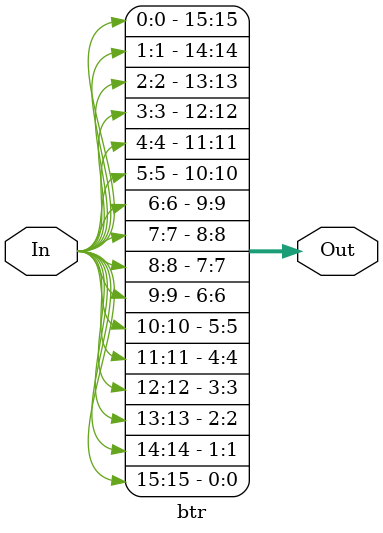
<source format=v>
module btr (In, Out);
  input [15:0] In;
  output [15:0] Out;
  
  assign Out[15] = In[0];
  assign Out[14] = In[1];
  assign Out[13] = In[2];
  assign Out[12] = In[3];
  assign Out[11] = In[4];
  assign Out[10] = In[5];
  assign Out[9] = In[6];
  assign Out[8] = In[7];
  assign Out[7] = In[8];
  assign Out[6] = In[9];
  assign Out[5] = In[10];
  assign Out[4] = In[11];
  assign Out[3] = In[12];
  assign Out[2] = In[13];
  assign Out[1] = In[14];
  assign Out[0] = In[15];
endmodule

</source>
